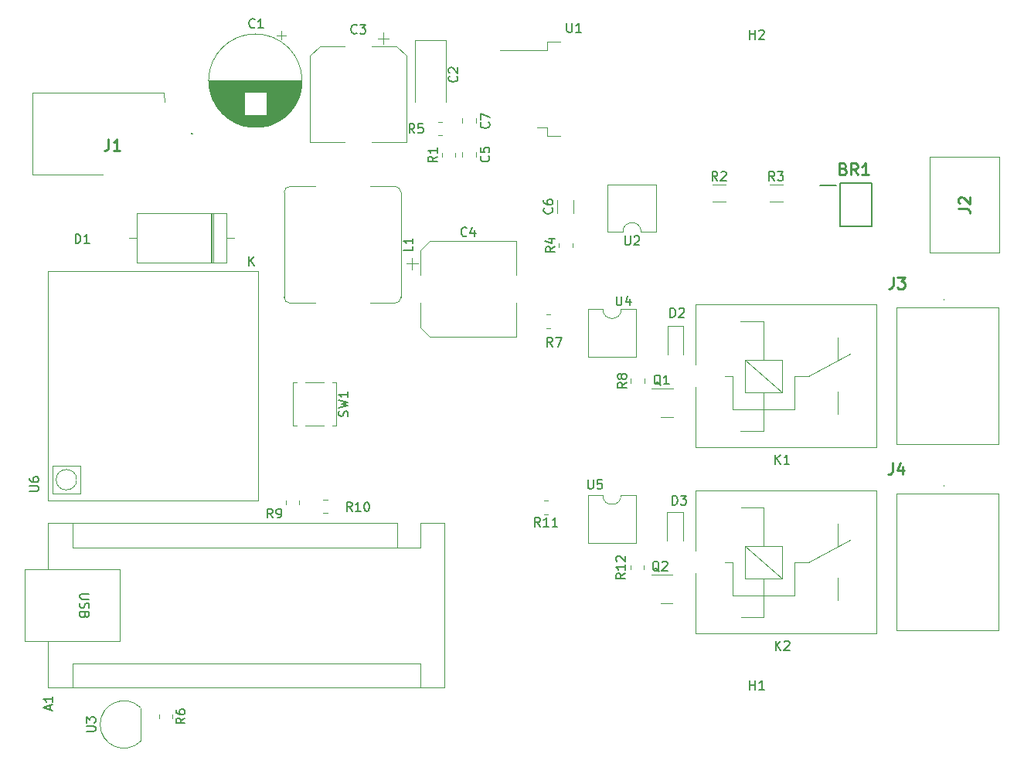
<source format=gto>
G04 #@! TF.GenerationSoftware,KiCad,Pcbnew,(6.0.8)*
G04 #@! TF.CreationDate,2022-12-11T00:22:14+04:00*
G04 #@! TF.ProjectId,SIM800_NANO,53494d38-3030-45f4-9e41-4e4f2e6b6963,rev?*
G04 #@! TF.SameCoordinates,Original*
G04 #@! TF.FileFunction,Legend,Top*
G04 #@! TF.FilePolarity,Positive*
%FSLAX46Y46*%
G04 Gerber Fmt 4.6, Leading zero omitted, Abs format (unit mm)*
G04 Created by KiCad (PCBNEW (6.0.8)) date 2022-12-11 00:22:14*
%MOMM*%
%LPD*%
G01*
G04 APERTURE LIST*
%ADD10C,0.150000*%
%ADD11C,0.254000*%
%ADD12C,0.120000*%
%ADD13C,0.100000*%
%ADD14C,0.200000*%
G04 APERTURE END LIST*
D10*
X158881904Y-114602380D02*
X158881904Y-113602380D01*
X159120000Y-113602380D01*
X159262857Y-113650000D01*
X159358095Y-113745238D01*
X159405714Y-113840476D01*
X159453333Y-114030952D01*
X159453333Y-114173809D01*
X159405714Y-114364285D01*
X159358095Y-114459523D01*
X159262857Y-114554761D01*
X159120000Y-114602380D01*
X158881904Y-114602380D01*
X159786666Y-113602380D02*
X160405714Y-113602380D01*
X160072380Y-113983333D01*
X160215238Y-113983333D01*
X160310476Y-114030952D01*
X160358095Y-114078571D01*
X160405714Y-114173809D01*
X160405714Y-114411904D01*
X160358095Y-114507142D01*
X160310476Y-114554761D01*
X160215238Y-114602380D01*
X159929523Y-114602380D01*
X159834285Y-114554761D01*
X159786666Y-114507142D01*
X136353333Y-85087142D02*
X136305714Y-85134761D01*
X136162857Y-85182380D01*
X136067619Y-85182380D01*
X135924761Y-85134761D01*
X135829523Y-85039523D01*
X135781904Y-84944285D01*
X135734285Y-84753809D01*
X135734285Y-84610952D01*
X135781904Y-84420476D01*
X135829523Y-84325238D01*
X135924761Y-84230000D01*
X136067619Y-84182380D01*
X136162857Y-84182380D01*
X136305714Y-84230000D01*
X136353333Y-84277619D01*
X137210476Y-84515714D02*
X137210476Y-85182380D01*
X136972380Y-84134761D02*
X136734285Y-84849047D01*
X137353333Y-84849047D01*
X135277142Y-67616666D02*
X135324761Y-67664285D01*
X135372380Y-67807142D01*
X135372380Y-67902380D01*
X135324761Y-68045238D01*
X135229523Y-68140476D01*
X135134285Y-68188095D01*
X134943809Y-68235714D01*
X134800952Y-68235714D01*
X134610476Y-68188095D01*
X134515238Y-68140476D01*
X134420000Y-68045238D01*
X134372380Y-67902380D01*
X134372380Y-67807142D01*
X134420000Y-67664285D01*
X134467619Y-67616666D01*
X134467619Y-67235714D02*
X134420000Y-67188095D01*
X134372380Y-67092857D01*
X134372380Y-66854761D01*
X134420000Y-66759523D01*
X134467619Y-66711904D01*
X134562857Y-66664285D01*
X134658095Y-66664285D01*
X134800952Y-66711904D01*
X135372380Y-67283333D01*
X135372380Y-66664285D01*
X153712380Y-122112857D02*
X153236190Y-122446190D01*
X153712380Y-122684285D02*
X152712380Y-122684285D01*
X152712380Y-122303333D01*
X152760000Y-122208095D01*
X152807619Y-122160476D01*
X152902857Y-122112857D01*
X153045714Y-122112857D01*
X153140952Y-122160476D01*
X153188571Y-122208095D01*
X153236190Y-122303333D01*
X153236190Y-122684285D01*
X153712380Y-121160476D02*
X153712380Y-121731904D01*
X153712380Y-121446190D02*
X152712380Y-121446190D01*
X152855238Y-121541428D01*
X152950476Y-121636666D01*
X152998095Y-121731904D01*
X152807619Y-120779523D02*
X152760000Y-120731904D01*
X152712380Y-120636666D01*
X152712380Y-120398571D01*
X152760000Y-120303333D01*
X152807619Y-120255714D01*
X152902857Y-120208095D01*
X152998095Y-120208095D01*
X153140952Y-120255714D01*
X153712380Y-120827142D01*
X153712380Y-120208095D01*
X138777142Y-72686666D02*
X138824761Y-72734285D01*
X138872380Y-72877142D01*
X138872380Y-72972380D01*
X138824761Y-73115238D01*
X138729523Y-73210476D01*
X138634285Y-73258095D01*
X138443809Y-73305714D01*
X138300952Y-73305714D01*
X138110476Y-73258095D01*
X138015238Y-73210476D01*
X137920000Y-73115238D01*
X137872380Y-72972380D01*
X137872380Y-72877142D01*
X137920000Y-72734285D01*
X137967619Y-72686666D01*
X137872380Y-72353333D02*
X137872380Y-71686666D01*
X138872380Y-72115238D01*
D11*
X183066666Y-89624523D02*
X183066666Y-90531666D01*
X183006190Y-90713095D01*
X182885238Y-90834047D01*
X182703809Y-90894523D01*
X182582857Y-90894523D01*
X183550476Y-89624523D02*
X184336666Y-89624523D01*
X183913333Y-90108333D01*
X184094761Y-90108333D01*
X184215714Y-90168809D01*
X184276190Y-90229285D01*
X184336666Y-90350238D01*
X184336666Y-90652619D01*
X184276190Y-90773571D01*
X184215714Y-90834047D01*
X184094761Y-90894523D01*
X183731904Y-90894523D01*
X183610952Y-90834047D01*
X183550476Y-90773571D01*
D10*
X130633333Y-73842380D02*
X130300000Y-73366190D01*
X130061904Y-73842380D02*
X130061904Y-72842380D01*
X130442857Y-72842380D01*
X130538095Y-72890000D01*
X130585714Y-72937619D01*
X130633333Y-73032857D01*
X130633333Y-73175714D01*
X130585714Y-73270952D01*
X130538095Y-73318571D01*
X130442857Y-73366190D01*
X130061904Y-73366190D01*
X131538095Y-72842380D02*
X131061904Y-72842380D01*
X131014285Y-73318571D01*
X131061904Y-73270952D01*
X131157142Y-73223333D01*
X131395238Y-73223333D01*
X131490476Y-73270952D01*
X131538095Y-73318571D01*
X131585714Y-73413809D01*
X131585714Y-73651904D01*
X131538095Y-73747142D01*
X131490476Y-73794761D01*
X131395238Y-73842380D01*
X131157142Y-73842380D01*
X131061904Y-73794761D01*
X131014285Y-73747142D01*
X153703095Y-85132380D02*
X153703095Y-85941904D01*
X153750714Y-86037142D01*
X153798333Y-86084761D01*
X153893571Y-86132380D01*
X154084047Y-86132380D01*
X154179285Y-86084761D01*
X154226904Y-86037142D01*
X154274523Y-85941904D01*
X154274523Y-85132380D01*
X154703095Y-85227619D02*
X154750714Y-85180000D01*
X154845952Y-85132380D01*
X155084047Y-85132380D01*
X155179285Y-85180000D01*
X155226904Y-85227619D01*
X155274523Y-85322857D01*
X155274523Y-85418095D01*
X155226904Y-85560952D01*
X154655476Y-86132380D01*
X155274523Y-86132380D01*
X147323095Y-61802380D02*
X147323095Y-62611904D01*
X147370714Y-62707142D01*
X147418333Y-62754761D01*
X147513571Y-62802380D01*
X147704047Y-62802380D01*
X147799285Y-62754761D01*
X147846904Y-62707142D01*
X147894523Y-62611904D01*
X147894523Y-61802380D01*
X148894523Y-62802380D02*
X148323095Y-62802380D01*
X148608809Y-62802380D02*
X148608809Y-61802380D01*
X148513571Y-61945238D01*
X148418333Y-62040476D01*
X148323095Y-62088095D01*
X88452380Y-113111904D02*
X89261904Y-113111904D01*
X89357142Y-113064285D01*
X89404761Y-113016666D01*
X89452380Y-112921428D01*
X89452380Y-112730952D01*
X89404761Y-112635714D01*
X89357142Y-112588095D01*
X89261904Y-112540476D01*
X88452380Y-112540476D01*
X88452380Y-111635714D02*
X88452380Y-111826190D01*
X88500000Y-111921428D01*
X88547619Y-111969047D01*
X88690476Y-112064285D01*
X88880952Y-112111904D01*
X89261904Y-112111904D01*
X89357142Y-112064285D01*
X89404761Y-112016666D01*
X89452380Y-111921428D01*
X89452380Y-111730952D01*
X89404761Y-111635714D01*
X89357142Y-111588095D01*
X89261904Y-111540476D01*
X89023809Y-111540476D01*
X88928571Y-111588095D01*
X88880952Y-111635714D01*
X88833333Y-111730952D01*
X88833333Y-111921428D01*
X88880952Y-112016666D01*
X88928571Y-112064285D01*
X89023809Y-112111904D01*
X149638095Y-111852380D02*
X149638095Y-112661904D01*
X149685714Y-112757142D01*
X149733333Y-112804761D01*
X149828571Y-112852380D01*
X150019047Y-112852380D01*
X150114285Y-112804761D01*
X150161904Y-112757142D01*
X150209523Y-112661904D01*
X150209523Y-111852380D01*
X151161904Y-111852380D02*
X150685714Y-111852380D01*
X150638095Y-112328571D01*
X150685714Y-112280952D01*
X150780952Y-112233333D01*
X151019047Y-112233333D01*
X151114285Y-112280952D01*
X151161904Y-112328571D01*
X151209523Y-112423809D01*
X151209523Y-112661904D01*
X151161904Y-112757142D01*
X151114285Y-112804761D01*
X151019047Y-112852380D01*
X150780952Y-112852380D01*
X150685714Y-112804761D01*
X150638095Y-112757142D01*
X124313333Y-62877142D02*
X124265714Y-62924761D01*
X124122857Y-62972380D01*
X124027619Y-62972380D01*
X123884761Y-62924761D01*
X123789523Y-62829523D01*
X123741904Y-62734285D01*
X123694285Y-62543809D01*
X123694285Y-62400952D01*
X123741904Y-62210476D01*
X123789523Y-62115238D01*
X123884761Y-62020000D01*
X124027619Y-61972380D01*
X124122857Y-61972380D01*
X124265714Y-62020000D01*
X124313333Y-62067619D01*
X124646666Y-61972380D02*
X125265714Y-61972380D01*
X124932380Y-62353333D01*
X125075238Y-62353333D01*
X125170476Y-62400952D01*
X125218095Y-62448571D01*
X125265714Y-62543809D01*
X125265714Y-62781904D01*
X125218095Y-62877142D01*
X125170476Y-62924761D01*
X125075238Y-62972380D01*
X124789523Y-62972380D01*
X124694285Y-62924761D01*
X124646666Y-62877142D01*
X170188904Y-110114380D02*
X170188904Y-109114380D01*
X170760333Y-110114380D02*
X170331761Y-109542952D01*
X170760333Y-109114380D02*
X170188904Y-109685809D01*
X171712714Y-110114380D02*
X171141285Y-110114380D01*
X171427000Y-110114380D02*
X171427000Y-109114380D01*
X171331761Y-109257238D01*
X171236523Y-109352476D01*
X171141285Y-109400095D01*
X94692380Y-139441904D02*
X95501904Y-139441904D01*
X95597142Y-139394285D01*
X95644761Y-139346666D01*
X95692380Y-139251428D01*
X95692380Y-139060952D01*
X95644761Y-138965714D01*
X95597142Y-138918095D01*
X95501904Y-138870476D01*
X94692380Y-138870476D01*
X94692380Y-138489523D02*
X94692380Y-137870476D01*
X95073333Y-138203809D01*
X95073333Y-138060952D01*
X95120952Y-137965714D01*
X95168571Y-137918095D01*
X95263809Y-137870476D01*
X95501904Y-137870476D01*
X95597142Y-137918095D01*
X95644761Y-137965714D01*
X95692380Y-138060952D01*
X95692380Y-138346666D01*
X95644761Y-138441904D01*
X95597142Y-138489523D01*
X105502380Y-137966666D02*
X105026190Y-138300000D01*
X105502380Y-138538095D02*
X104502380Y-138538095D01*
X104502380Y-138157142D01*
X104550000Y-138061904D01*
X104597619Y-138014285D01*
X104692857Y-137966666D01*
X104835714Y-137966666D01*
X104930952Y-138014285D01*
X104978571Y-138061904D01*
X105026190Y-138157142D01*
X105026190Y-138538095D01*
X104502380Y-137109523D02*
X104502380Y-137300000D01*
X104550000Y-137395238D01*
X104597619Y-137442857D01*
X104740476Y-137538095D01*
X104930952Y-137585714D01*
X105311904Y-137585714D01*
X105407142Y-137538095D01*
X105454761Y-137490476D01*
X105502380Y-137395238D01*
X105502380Y-137204761D01*
X105454761Y-137109523D01*
X105407142Y-137061904D01*
X105311904Y-137014285D01*
X105073809Y-137014285D01*
X104978571Y-137061904D01*
X104930952Y-137109523D01*
X104883333Y-137204761D01*
X104883333Y-137395238D01*
X104930952Y-137490476D01*
X104978571Y-137538095D01*
X105073809Y-137585714D01*
D11*
X190224523Y-82113333D02*
X191131666Y-82113333D01*
X191313095Y-82173809D01*
X191434047Y-82294761D01*
X191494523Y-82476190D01*
X191494523Y-82597142D01*
X190345476Y-81569047D02*
X190285000Y-81508571D01*
X190224523Y-81387619D01*
X190224523Y-81085238D01*
X190285000Y-80964285D01*
X190345476Y-80903809D01*
X190466428Y-80843333D01*
X190587380Y-80843333D01*
X190768809Y-80903809D01*
X191494523Y-81629523D01*
X191494523Y-80843333D01*
D10*
X170198904Y-130517380D02*
X170198904Y-129517380D01*
X170770333Y-130517380D02*
X170341761Y-129945952D01*
X170770333Y-129517380D02*
X170198904Y-130088809D01*
X171151285Y-129612619D02*
X171198904Y-129565000D01*
X171294142Y-129517380D01*
X171532238Y-129517380D01*
X171627476Y-129565000D01*
X171675095Y-129612619D01*
X171722714Y-129707857D01*
X171722714Y-129803095D01*
X171675095Y-129945952D01*
X171103666Y-130517380D01*
X171722714Y-130517380D01*
X113133333Y-62227142D02*
X113085714Y-62274761D01*
X112942857Y-62322380D01*
X112847619Y-62322380D01*
X112704761Y-62274761D01*
X112609523Y-62179523D01*
X112561904Y-62084285D01*
X112514285Y-61893809D01*
X112514285Y-61750952D01*
X112561904Y-61560476D01*
X112609523Y-61465238D01*
X112704761Y-61370000D01*
X112847619Y-61322380D01*
X112942857Y-61322380D01*
X113085714Y-61370000D01*
X113133333Y-61417619D01*
X114085714Y-62322380D02*
X113514285Y-62322380D01*
X113800000Y-62322380D02*
X113800000Y-61322380D01*
X113704761Y-61465238D01*
X113609523Y-61560476D01*
X113514285Y-61608095D01*
X152768095Y-91742380D02*
X152768095Y-92551904D01*
X152815714Y-92647142D01*
X152863333Y-92694761D01*
X152958571Y-92742380D01*
X153149047Y-92742380D01*
X153244285Y-92694761D01*
X153291904Y-92647142D01*
X153339523Y-92551904D01*
X153339523Y-91742380D01*
X154244285Y-92075714D02*
X154244285Y-92742380D01*
X154006190Y-91694761D02*
X153768095Y-92409047D01*
X154387142Y-92409047D01*
X157444761Y-121907619D02*
X157349523Y-121860000D01*
X157254285Y-121764761D01*
X157111428Y-121621904D01*
X157016190Y-121574285D01*
X156920952Y-121574285D01*
X156968571Y-121812380D02*
X156873333Y-121764761D01*
X156778095Y-121669523D01*
X156730476Y-121479047D01*
X156730476Y-121145714D01*
X156778095Y-120955238D01*
X156873333Y-120860000D01*
X156968571Y-120812380D01*
X157159047Y-120812380D01*
X157254285Y-120860000D01*
X157349523Y-120955238D01*
X157397142Y-121145714D01*
X157397142Y-121479047D01*
X157349523Y-121669523D01*
X157254285Y-121764761D01*
X157159047Y-121812380D01*
X156968571Y-121812380D01*
X157778095Y-120907619D02*
X157825714Y-120860000D01*
X157920952Y-120812380D01*
X158159047Y-120812380D01*
X158254285Y-120860000D01*
X158301904Y-120907619D01*
X158349523Y-121002857D01*
X158349523Y-121098095D01*
X158301904Y-121240952D01*
X157730476Y-121812380D01*
X158349523Y-121812380D01*
X145687142Y-82066666D02*
X145734761Y-82114285D01*
X145782380Y-82257142D01*
X145782380Y-82352380D01*
X145734761Y-82495238D01*
X145639523Y-82590476D01*
X145544285Y-82638095D01*
X145353809Y-82685714D01*
X145210952Y-82685714D01*
X145020476Y-82638095D01*
X144925238Y-82590476D01*
X144830000Y-82495238D01*
X144782380Y-82352380D01*
X144782380Y-82257142D01*
X144830000Y-82114285D01*
X144877619Y-82066666D01*
X144782380Y-81209523D02*
X144782380Y-81400000D01*
X144830000Y-81495238D01*
X144877619Y-81542857D01*
X145020476Y-81638095D01*
X145210952Y-81685714D01*
X145591904Y-81685714D01*
X145687142Y-81638095D01*
X145734761Y-81590476D01*
X145782380Y-81495238D01*
X145782380Y-81304761D01*
X145734761Y-81209523D01*
X145687142Y-81161904D01*
X145591904Y-81114285D01*
X145353809Y-81114285D01*
X145258571Y-81161904D01*
X145210952Y-81209523D01*
X145163333Y-81304761D01*
X145163333Y-81495238D01*
X145210952Y-81590476D01*
X145258571Y-81638095D01*
X145353809Y-81685714D01*
X145743333Y-97242380D02*
X145410000Y-96766190D01*
X145171904Y-97242380D02*
X145171904Y-96242380D01*
X145552857Y-96242380D01*
X145648095Y-96290000D01*
X145695714Y-96337619D01*
X145743333Y-96432857D01*
X145743333Y-96575714D01*
X145695714Y-96670952D01*
X145648095Y-96718571D01*
X145552857Y-96766190D01*
X145171904Y-96766190D01*
X146076666Y-96242380D02*
X146743333Y-96242380D01*
X146314761Y-97242380D01*
X144397142Y-116992380D02*
X144063809Y-116516190D01*
X143825714Y-116992380D02*
X143825714Y-115992380D01*
X144206666Y-115992380D01*
X144301904Y-116040000D01*
X144349523Y-116087619D01*
X144397142Y-116182857D01*
X144397142Y-116325714D01*
X144349523Y-116420952D01*
X144301904Y-116468571D01*
X144206666Y-116516190D01*
X143825714Y-116516190D01*
X145349523Y-116992380D02*
X144778095Y-116992380D01*
X145063809Y-116992380D02*
X145063809Y-115992380D01*
X144968571Y-116135238D01*
X144873333Y-116230476D01*
X144778095Y-116278095D01*
X146301904Y-116992380D02*
X145730476Y-116992380D01*
X146016190Y-116992380D02*
X146016190Y-115992380D01*
X145920952Y-116135238D01*
X145825714Y-116230476D01*
X145730476Y-116278095D01*
X153879380Y-101191166D02*
X153403190Y-101524500D01*
X153879380Y-101762595D02*
X152879380Y-101762595D01*
X152879380Y-101381642D01*
X152927000Y-101286404D01*
X152974619Y-101238785D01*
X153069857Y-101191166D01*
X153212714Y-101191166D01*
X153307952Y-101238785D01*
X153355571Y-101286404D01*
X153403190Y-101381642D01*
X153403190Y-101762595D01*
X153307952Y-100619738D02*
X153260333Y-100714976D01*
X153212714Y-100762595D01*
X153117476Y-100810214D01*
X153069857Y-100810214D01*
X152974619Y-100762595D01*
X152927000Y-100714976D01*
X152879380Y-100619738D01*
X152879380Y-100429261D01*
X152927000Y-100334023D01*
X152974619Y-100286404D01*
X153069857Y-100238785D01*
X153117476Y-100238785D01*
X153212714Y-100286404D01*
X153260333Y-100334023D01*
X153307952Y-100429261D01*
X153307952Y-100619738D01*
X153355571Y-100714976D01*
X153403190Y-100762595D01*
X153498428Y-100810214D01*
X153688904Y-100810214D01*
X153784142Y-100762595D01*
X153831761Y-100714976D01*
X153879380Y-100619738D01*
X153879380Y-100429261D01*
X153831761Y-100334023D01*
X153784142Y-100286404D01*
X153688904Y-100238785D01*
X153498428Y-100238785D01*
X153403190Y-100286404D01*
X153355571Y-100334023D01*
X153307952Y-100429261D01*
X133122380Y-76416666D02*
X132646190Y-76750000D01*
X133122380Y-76988095D02*
X132122380Y-76988095D01*
X132122380Y-76607142D01*
X132170000Y-76511904D01*
X132217619Y-76464285D01*
X132312857Y-76416666D01*
X132455714Y-76416666D01*
X132550952Y-76464285D01*
X132598571Y-76511904D01*
X132646190Y-76607142D01*
X132646190Y-76988095D01*
X133122380Y-75464285D02*
X133122380Y-76035714D01*
X133122380Y-75750000D02*
X132122380Y-75750000D01*
X132265238Y-75845238D01*
X132360476Y-75940476D01*
X132408095Y-76035714D01*
D11*
X182986666Y-110004523D02*
X182986666Y-110911666D01*
X182926190Y-111093095D01*
X182805238Y-111214047D01*
X182623809Y-111274523D01*
X182502857Y-111274523D01*
X184135714Y-110427857D02*
X184135714Y-111274523D01*
X183833333Y-109944047D02*
X183530952Y-110851190D01*
X184317142Y-110851190D01*
D10*
X130452380Y-86266666D02*
X130452380Y-86742857D01*
X129452380Y-86742857D01*
X130452380Y-85409523D02*
X130452380Y-85980952D01*
X130452380Y-85695238D02*
X129452380Y-85695238D01*
X129595238Y-85790476D01*
X129690476Y-85885714D01*
X129738095Y-85980952D01*
D11*
X177610952Y-77759285D02*
X177792380Y-77819761D01*
X177852857Y-77880238D01*
X177913333Y-78001190D01*
X177913333Y-78182619D01*
X177852857Y-78303571D01*
X177792380Y-78364047D01*
X177671428Y-78424523D01*
X177187619Y-78424523D01*
X177187619Y-77154523D01*
X177610952Y-77154523D01*
X177731904Y-77215000D01*
X177792380Y-77275476D01*
X177852857Y-77396428D01*
X177852857Y-77517380D01*
X177792380Y-77638333D01*
X177731904Y-77698809D01*
X177610952Y-77759285D01*
X177187619Y-77759285D01*
X179183333Y-78424523D02*
X178760000Y-77819761D01*
X178457619Y-78424523D02*
X178457619Y-77154523D01*
X178941428Y-77154523D01*
X179062380Y-77215000D01*
X179122857Y-77275476D01*
X179183333Y-77396428D01*
X179183333Y-77577857D01*
X179122857Y-77698809D01*
X179062380Y-77759285D01*
X178941428Y-77819761D01*
X178457619Y-77819761D01*
X180392857Y-78424523D02*
X179667142Y-78424523D01*
X180030000Y-78424523D02*
X180030000Y-77154523D01*
X179909047Y-77335952D01*
X179788095Y-77456904D01*
X179667142Y-77517380D01*
D10*
X138757142Y-76366666D02*
X138804761Y-76414285D01*
X138852380Y-76557142D01*
X138852380Y-76652380D01*
X138804761Y-76795238D01*
X138709523Y-76890476D01*
X138614285Y-76938095D01*
X138423809Y-76985714D01*
X138280952Y-76985714D01*
X138090476Y-76938095D01*
X137995238Y-76890476D01*
X137900000Y-76795238D01*
X137852380Y-76652380D01*
X137852380Y-76557142D01*
X137900000Y-76414285D01*
X137947619Y-76366666D01*
X137852380Y-75461904D02*
X137852380Y-75938095D01*
X138328571Y-75985714D01*
X138280952Y-75938095D01*
X138233333Y-75842857D01*
X138233333Y-75604761D01*
X138280952Y-75509523D01*
X138328571Y-75461904D01*
X138423809Y-75414285D01*
X138661904Y-75414285D01*
X138757142Y-75461904D01*
X138804761Y-75509523D01*
X138852380Y-75604761D01*
X138852380Y-75842857D01*
X138804761Y-75938095D01*
X138757142Y-75985714D01*
X170083333Y-79082380D02*
X169750000Y-78606190D01*
X169511904Y-79082380D02*
X169511904Y-78082380D01*
X169892857Y-78082380D01*
X169988095Y-78130000D01*
X170035714Y-78177619D01*
X170083333Y-78272857D01*
X170083333Y-78415714D01*
X170035714Y-78510952D01*
X169988095Y-78558571D01*
X169892857Y-78606190D01*
X169511904Y-78606190D01*
X170416666Y-78082380D02*
X171035714Y-78082380D01*
X170702380Y-78463333D01*
X170845238Y-78463333D01*
X170940476Y-78510952D01*
X170988095Y-78558571D01*
X171035714Y-78653809D01*
X171035714Y-78891904D01*
X170988095Y-78987142D01*
X170940476Y-79034761D01*
X170845238Y-79082380D01*
X170559523Y-79082380D01*
X170464285Y-79034761D01*
X170416666Y-78987142D01*
X158661904Y-94042380D02*
X158661904Y-93042380D01*
X158900000Y-93042380D01*
X159042857Y-93090000D01*
X159138095Y-93185238D01*
X159185714Y-93280476D01*
X159233333Y-93470952D01*
X159233333Y-93613809D01*
X159185714Y-93804285D01*
X159138095Y-93899523D01*
X159042857Y-93994761D01*
X158900000Y-94042380D01*
X158661904Y-94042380D01*
X159614285Y-93137619D02*
X159661904Y-93090000D01*
X159757142Y-93042380D01*
X159995238Y-93042380D01*
X160090476Y-93090000D01*
X160138095Y-93137619D01*
X160185714Y-93232857D01*
X160185714Y-93328095D01*
X160138095Y-93470952D01*
X159566666Y-94042380D01*
X160185714Y-94042380D01*
X167388095Y-63552380D02*
X167388095Y-62552380D01*
X167388095Y-63028571D02*
X167959523Y-63028571D01*
X167959523Y-63552380D02*
X167959523Y-62552380D01*
X168388095Y-62647619D02*
X168435714Y-62600000D01*
X168530952Y-62552380D01*
X168769047Y-62552380D01*
X168864285Y-62600000D01*
X168911904Y-62647619D01*
X168959523Y-62742857D01*
X168959523Y-62838095D01*
X168911904Y-62980952D01*
X168340476Y-63552380D01*
X168959523Y-63552380D01*
X93501904Y-85922380D02*
X93501904Y-84922380D01*
X93740000Y-84922380D01*
X93882857Y-84970000D01*
X93978095Y-85065238D01*
X94025714Y-85160476D01*
X94073333Y-85350952D01*
X94073333Y-85493809D01*
X94025714Y-85684285D01*
X93978095Y-85779523D01*
X93882857Y-85874761D01*
X93740000Y-85922380D01*
X93501904Y-85922380D01*
X95025714Y-85922380D02*
X94454285Y-85922380D01*
X94740000Y-85922380D02*
X94740000Y-84922380D01*
X94644761Y-85065238D01*
X94549523Y-85160476D01*
X94454285Y-85208095D01*
X112483095Y-88402380D02*
X112483095Y-87402380D01*
X113054523Y-88402380D02*
X112625952Y-87830952D01*
X113054523Y-87402380D02*
X112483095Y-87973809D01*
X163833333Y-79082380D02*
X163500000Y-78606190D01*
X163261904Y-79082380D02*
X163261904Y-78082380D01*
X163642857Y-78082380D01*
X163738095Y-78130000D01*
X163785714Y-78177619D01*
X163833333Y-78272857D01*
X163833333Y-78415714D01*
X163785714Y-78510952D01*
X163738095Y-78558571D01*
X163642857Y-78606190D01*
X163261904Y-78606190D01*
X164214285Y-78177619D02*
X164261904Y-78130000D01*
X164357142Y-78082380D01*
X164595238Y-78082380D01*
X164690476Y-78130000D01*
X164738095Y-78177619D01*
X164785714Y-78272857D01*
X164785714Y-78368095D01*
X164738095Y-78510952D01*
X164166666Y-79082380D01*
X164785714Y-79082380D01*
X123304761Y-104883333D02*
X123352380Y-104740476D01*
X123352380Y-104502380D01*
X123304761Y-104407142D01*
X123257142Y-104359523D01*
X123161904Y-104311904D01*
X123066666Y-104311904D01*
X122971428Y-104359523D01*
X122923809Y-104407142D01*
X122876190Y-104502380D01*
X122828571Y-104692857D01*
X122780952Y-104788095D01*
X122733333Y-104835714D01*
X122638095Y-104883333D01*
X122542857Y-104883333D01*
X122447619Y-104835714D01*
X122400000Y-104788095D01*
X122352380Y-104692857D01*
X122352380Y-104454761D01*
X122400000Y-104311904D01*
X122352380Y-103978571D02*
X123352380Y-103740476D01*
X122638095Y-103550000D01*
X123352380Y-103359523D01*
X122352380Y-103121428D01*
X123352380Y-102216666D02*
X123352380Y-102788095D01*
X123352380Y-102502380D02*
X122352380Y-102502380D01*
X122495238Y-102597619D01*
X122590476Y-102692857D01*
X122638095Y-102788095D01*
X123797142Y-115312380D02*
X123463809Y-114836190D01*
X123225714Y-115312380D02*
X123225714Y-114312380D01*
X123606666Y-114312380D01*
X123701904Y-114360000D01*
X123749523Y-114407619D01*
X123797142Y-114502857D01*
X123797142Y-114645714D01*
X123749523Y-114740952D01*
X123701904Y-114788571D01*
X123606666Y-114836190D01*
X123225714Y-114836190D01*
X124749523Y-115312380D02*
X124178095Y-115312380D01*
X124463809Y-115312380D02*
X124463809Y-114312380D01*
X124368571Y-114455238D01*
X124273333Y-114550476D01*
X124178095Y-114598095D01*
X125368571Y-114312380D02*
X125463809Y-114312380D01*
X125559047Y-114360000D01*
X125606666Y-114407619D01*
X125654285Y-114502857D01*
X125701904Y-114693333D01*
X125701904Y-114931428D01*
X125654285Y-115121904D01*
X125606666Y-115217142D01*
X125559047Y-115264761D01*
X125463809Y-115312380D01*
X125368571Y-115312380D01*
X125273333Y-115264761D01*
X125225714Y-115217142D01*
X125178095Y-115121904D01*
X125130476Y-114931428D01*
X125130476Y-114693333D01*
X125178095Y-114502857D01*
X125225714Y-114407619D01*
X125273333Y-114360000D01*
X125368571Y-114312380D01*
X115113333Y-116032380D02*
X114780000Y-115556190D01*
X114541904Y-116032380D02*
X114541904Y-115032380D01*
X114922857Y-115032380D01*
X115018095Y-115080000D01*
X115065714Y-115127619D01*
X115113333Y-115222857D01*
X115113333Y-115365714D01*
X115065714Y-115460952D01*
X115018095Y-115508571D01*
X114922857Y-115556190D01*
X114541904Y-115556190D01*
X115589523Y-116032380D02*
X115780000Y-116032380D01*
X115875238Y-115984761D01*
X115922857Y-115937142D01*
X116018095Y-115794285D01*
X116065714Y-115603809D01*
X116065714Y-115222857D01*
X116018095Y-115127619D01*
X115970476Y-115080000D01*
X115875238Y-115032380D01*
X115684761Y-115032380D01*
X115589523Y-115080000D01*
X115541904Y-115127619D01*
X115494285Y-115222857D01*
X115494285Y-115460952D01*
X115541904Y-115556190D01*
X115589523Y-115603809D01*
X115684761Y-115651428D01*
X115875238Y-115651428D01*
X115970476Y-115603809D01*
X116018095Y-115556190D01*
X116065714Y-115460952D01*
X157614761Y-101477619D02*
X157519523Y-101430000D01*
X157424285Y-101334761D01*
X157281428Y-101191904D01*
X157186190Y-101144285D01*
X157090952Y-101144285D01*
X157138571Y-101382380D02*
X157043333Y-101334761D01*
X156948095Y-101239523D01*
X156900476Y-101049047D01*
X156900476Y-100715714D01*
X156948095Y-100525238D01*
X157043333Y-100430000D01*
X157138571Y-100382380D01*
X157329047Y-100382380D01*
X157424285Y-100430000D01*
X157519523Y-100525238D01*
X157567142Y-100715714D01*
X157567142Y-101049047D01*
X157519523Y-101239523D01*
X157424285Y-101334761D01*
X157329047Y-101382380D01*
X157138571Y-101382380D01*
X158519523Y-101382380D02*
X157948095Y-101382380D01*
X158233809Y-101382380D02*
X158233809Y-100382380D01*
X158138571Y-100525238D01*
X158043333Y-100620476D01*
X157948095Y-100668095D01*
D11*
X97101666Y-74504523D02*
X97101666Y-75411666D01*
X97041190Y-75593095D01*
X96920238Y-75714047D01*
X96738809Y-75774523D01*
X96617857Y-75774523D01*
X98371666Y-75774523D02*
X97645952Y-75774523D01*
X98008809Y-75774523D02*
X98008809Y-74504523D01*
X97887857Y-74685952D01*
X97766904Y-74806904D01*
X97645952Y-74867380D01*
D10*
X167388095Y-134852380D02*
X167388095Y-133852380D01*
X167388095Y-134328571D02*
X167959523Y-134328571D01*
X167959523Y-134852380D02*
X167959523Y-133852380D01*
X168959523Y-134852380D02*
X168388095Y-134852380D01*
X168673809Y-134852380D02*
X168673809Y-133852380D01*
X168578571Y-133995238D01*
X168483333Y-134090476D01*
X168388095Y-134138095D01*
X90696666Y-137054285D02*
X90696666Y-136578095D01*
X90982380Y-137149523D02*
X89982380Y-136816190D01*
X90982380Y-136482857D01*
X90982380Y-135625714D02*
X90982380Y-136197142D01*
X90982380Y-135911428D02*
X89982380Y-135911428D01*
X90125238Y-136006666D01*
X90220476Y-136101904D01*
X90268095Y-136197142D01*
X94987619Y-124358095D02*
X94178095Y-124358095D01*
X94082857Y-124405714D01*
X94035238Y-124453333D01*
X93987619Y-124548571D01*
X93987619Y-124739047D01*
X94035238Y-124834285D01*
X94082857Y-124881904D01*
X94178095Y-124929523D01*
X94987619Y-124929523D01*
X94035238Y-125358095D02*
X93987619Y-125500952D01*
X93987619Y-125739047D01*
X94035238Y-125834285D01*
X94082857Y-125881904D01*
X94178095Y-125929523D01*
X94273333Y-125929523D01*
X94368571Y-125881904D01*
X94416190Y-125834285D01*
X94463809Y-125739047D01*
X94511428Y-125548571D01*
X94559047Y-125453333D01*
X94606666Y-125405714D01*
X94701904Y-125358095D01*
X94797142Y-125358095D01*
X94892380Y-125405714D01*
X94940000Y-125453333D01*
X94987619Y-125548571D01*
X94987619Y-125786666D01*
X94940000Y-125929523D01*
X94511428Y-126691428D02*
X94463809Y-126834285D01*
X94416190Y-126881904D01*
X94320952Y-126929523D01*
X94178095Y-126929523D01*
X94082857Y-126881904D01*
X94035238Y-126834285D01*
X93987619Y-126739047D01*
X93987619Y-126358095D01*
X94987619Y-126358095D01*
X94987619Y-126691428D01*
X94940000Y-126786666D01*
X94892380Y-126834285D01*
X94797142Y-126881904D01*
X94701904Y-126881904D01*
X94606666Y-126834285D01*
X94559047Y-126786666D01*
X94511428Y-126691428D01*
X94511428Y-126358095D01*
X146002380Y-86306666D02*
X145526190Y-86640000D01*
X146002380Y-86878095D02*
X145002380Y-86878095D01*
X145002380Y-86497142D01*
X145050000Y-86401904D01*
X145097619Y-86354285D01*
X145192857Y-86306666D01*
X145335714Y-86306666D01*
X145430952Y-86354285D01*
X145478571Y-86401904D01*
X145526190Y-86497142D01*
X145526190Y-86878095D01*
X145335714Y-85449523D02*
X146002380Y-85449523D01*
X144954761Y-85687619D02*
X145669047Y-85925714D01*
X145669047Y-85306666D01*
D12*
X160037000Y-115415000D02*
X160037000Y-118565000D01*
X160037000Y-115415000D02*
X158337000Y-115415000D01*
X158337000Y-115415000D02*
X158337000Y-118565000D01*
X129770000Y-88170000D02*
X131020000Y-88170000D01*
X131260000Y-95125563D02*
X131260000Y-92440000D01*
X130395000Y-87545000D02*
X130395000Y-88795000D01*
X141780000Y-85670000D02*
X141780000Y-89420000D01*
X131260000Y-86734437D02*
X132324437Y-85670000D01*
X131260000Y-95125563D02*
X132324437Y-96190000D01*
X132324437Y-96190000D02*
X141780000Y-96190000D01*
X131260000Y-86734437D02*
X131260000Y-89420000D01*
X132324437Y-85670000D02*
X141780000Y-85670000D01*
X141780000Y-96190000D02*
X141780000Y-92440000D01*
X130660000Y-63690000D02*
X130660000Y-70450000D01*
X134080000Y-63690000D02*
X130660000Y-63690000D01*
X134080000Y-70450000D02*
X134080000Y-63690000D01*
X155750000Y-121667564D02*
X155750000Y-121213436D01*
X154280000Y-121667564D02*
X154280000Y-121213436D01*
X137345000Y-72771252D02*
X137345000Y-72248748D01*
X135875000Y-72771252D02*
X135875000Y-72248748D01*
D13*
X183430000Y-92962000D02*
X194630000Y-92962000D01*
X183430000Y-107962000D02*
X183430000Y-92962000D01*
X194630000Y-107962000D02*
X183430000Y-107962000D01*
X194630000Y-92962000D02*
X194630000Y-107962000D01*
D14*
X188680000Y-92112000D02*
G75*
G03*
X188680000Y-92112000I-50000J0D01*
G01*
D12*
X133677064Y-72615000D02*
X133222936Y-72615000D01*
X133677064Y-74085000D02*
X133222936Y-74085000D01*
X151815000Y-79480000D02*
X151815000Y-84680000D01*
X157115000Y-79480000D02*
X151815000Y-79480000D01*
X151815000Y-84680000D02*
X153465000Y-84680000D01*
X155465000Y-84680000D02*
X157115000Y-84680000D01*
X157115000Y-84680000D02*
X157115000Y-79480000D01*
X155465000Y-84680000D02*
G75*
G03*
X153465000Y-84680000I-1000000J0D01*
G01*
X145135000Y-64750000D02*
X140010000Y-64750000D01*
X146635000Y-74200000D02*
X145135000Y-74200000D01*
X145135000Y-63800000D02*
X145135000Y-64750000D01*
X145135000Y-73250000D02*
X144035000Y-73250000D01*
X145135000Y-74200000D02*
X145135000Y-73250000D01*
X146635000Y-63800000D02*
X145135000Y-63800000D01*
X106300000Y-114150000D02*
X90500000Y-114150000D01*
X113500000Y-112350000D02*
X113500000Y-94350000D01*
X113500000Y-94350000D02*
X113500000Y-88950000D01*
X90500000Y-112350000D02*
X90500000Y-92350000D01*
X113500000Y-88950000D02*
X90500000Y-88950000D01*
X113500000Y-114150000D02*
X113500000Y-112350000D01*
X90500000Y-92350000D02*
X90500000Y-89350000D01*
X90500000Y-112350000D02*
X90500000Y-114150000D01*
X106300000Y-114150000D02*
X113500000Y-114150000D01*
X90500000Y-88950000D02*
X90500000Y-89350000D01*
X91000000Y-113350000D02*
X94000000Y-113350000D01*
X94000000Y-113350000D02*
X94000000Y-110350000D01*
X94000000Y-110350000D02*
X91000000Y-110350000D01*
X91000000Y-110350000D02*
X91000000Y-113350000D01*
X93618034Y-111850000D02*
G75*
G03*
X93618034Y-111850000I-1118034J0D01*
G01*
X149620000Y-118760000D02*
X154920000Y-118760000D01*
X149620000Y-113560000D02*
X149620000Y-118760000D01*
X151270000Y-113560000D02*
X149620000Y-113560000D01*
X154920000Y-113560000D02*
X153270000Y-113560000D01*
X154920000Y-118760000D02*
X154920000Y-113560000D01*
X151270000Y-113560000D02*
G75*
G03*
X153270000Y-113560000I1000000J0D01*
G01*
X128665563Y-64340000D02*
X129730000Y-65404437D01*
X128665563Y-64340000D02*
X125980000Y-64340000D01*
X129730000Y-74860000D02*
X125980000Y-74860000D01*
X120274437Y-64340000D02*
X119210000Y-65404437D01*
X127855000Y-63475000D02*
X126605000Y-63475000D01*
X129730000Y-65404437D02*
X129730000Y-74860000D01*
X127230000Y-62850000D02*
X127230000Y-64100000D01*
X120274437Y-64340000D02*
X122960000Y-64340000D01*
X119210000Y-65404437D02*
X119210000Y-74860000D01*
X119210000Y-74860000D02*
X122960000Y-74860000D01*
X172277000Y-100512000D02*
X172277000Y-104112000D01*
X181227000Y-92662000D02*
X181227000Y-108262000D01*
X166377000Y-106512000D02*
X168877000Y-106512000D01*
X166877000Y-102312000D02*
X166877000Y-98712000D01*
X172277000Y-104112000D02*
X165477000Y-104112000D01*
X161427000Y-92662000D02*
X181227000Y-92662000D01*
X168877000Y-94512000D02*
X168877000Y-98712000D01*
X166877000Y-98712000D02*
X170877000Y-98712000D01*
X170877000Y-102312000D02*
X166877000Y-102312000D01*
X181227000Y-108262000D02*
X161427000Y-108262000D01*
X161427000Y-92662000D02*
X161427000Y-99262000D01*
X172277000Y-100512000D02*
X173777000Y-100512000D01*
X168877000Y-102312000D02*
X168877000Y-106512000D01*
X173777000Y-100512000D02*
X178377000Y-98012000D01*
X165477000Y-100512000D02*
X165477000Y-104112000D01*
X165477000Y-100512000D02*
X164677000Y-100512000D01*
X176977000Y-104662000D02*
X176977000Y-102212000D01*
X176977000Y-96262000D02*
X176977000Y-98762000D01*
X161427000Y-101662000D02*
X161427000Y-108262000D01*
X168877000Y-94512000D02*
X166377000Y-94512000D01*
X170877000Y-102312000D02*
X166877000Y-98712000D01*
X170877000Y-98712000D02*
X170877000Y-102312000D01*
X100650000Y-140480000D02*
X100650000Y-136880000D01*
X96199999Y-138680000D02*
G75*
G03*
X100638478Y-140518478I2600001J0D01*
G01*
X100638478Y-136841522D02*
G75*
G03*
X96200000Y-138680000I-1838478J-1838478D01*
G01*
X104135000Y-137572936D02*
X104135000Y-138027064D01*
X102665000Y-137572936D02*
X102665000Y-138027064D01*
D13*
X187120000Y-86940000D02*
X187120000Y-76440000D01*
X187120000Y-76440000D02*
X194720000Y-76440000D01*
X194720000Y-86940000D02*
X187120000Y-86940000D01*
X194720000Y-76440000D02*
X194720000Y-86940000D01*
D12*
X170887000Y-122715000D02*
X166887000Y-119115000D01*
X172287000Y-120915000D02*
X172287000Y-124515000D01*
X176987000Y-125065000D02*
X176987000Y-122615000D01*
X170887000Y-122715000D02*
X166887000Y-122715000D01*
X166887000Y-119115000D02*
X170887000Y-119115000D01*
X170887000Y-119115000D02*
X170887000Y-122715000D01*
X168887000Y-114915000D02*
X168887000Y-119115000D01*
X161437000Y-113065000D02*
X161437000Y-119665000D01*
X181237000Y-113065000D02*
X181237000Y-128665000D01*
X168887000Y-122715000D02*
X168887000Y-126915000D01*
X166387000Y-126915000D02*
X168887000Y-126915000D01*
X165487000Y-120915000D02*
X165487000Y-124515000D01*
X161437000Y-113065000D02*
X181237000Y-113065000D01*
X168887000Y-114915000D02*
X166387000Y-114915000D01*
X176987000Y-116665000D02*
X176987000Y-119165000D01*
X172287000Y-120915000D02*
X173787000Y-120915000D01*
X173787000Y-120915000D02*
X178387000Y-118415000D01*
X166887000Y-122715000D02*
X166887000Y-119115000D01*
X181237000Y-128665000D02*
X161437000Y-128665000D01*
X172287000Y-124515000D02*
X165487000Y-124515000D01*
X165487000Y-120915000D02*
X164687000Y-120915000D01*
X161437000Y-122065000D02*
X161437000Y-128665000D01*
X115845000Y-72468323D02*
X110555000Y-72468323D01*
X118050000Y-69628323D02*
X114441000Y-69628323D01*
X117058000Y-71428323D02*
X114441000Y-71428323D01*
X111959000Y-70388323D02*
X108655000Y-70388323D01*
X111959000Y-69628323D02*
X108350000Y-69628323D01*
X115909000Y-72428323D02*
X110491000Y-72428323D01*
X111959000Y-69428323D02*
X108293000Y-69428323D01*
X118279000Y-68227323D02*
X108121000Y-68227323D01*
X111959000Y-70468323D02*
X108696000Y-70468323D01*
X111959000Y-70028323D02*
X108493000Y-70028323D01*
X111959000Y-69588323D02*
X108338000Y-69588323D01*
X117890000Y-70068323D02*
X114441000Y-70068323D01*
X117764000Y-70348323D02*
X114441000Y-70348323D01*
X116636000Y-71868323D02*
X109764000Y-71868323D01*
X118190000Y-69068323D02*
X108210000Y-69068323D01*
X117547000Y-70748323D02*
X114441000Y-70748323D01*
X118107000Y-69428323D02*
X114441000Y-69428323D01*
X111959000Y-69988323D02*
X108477000Y-69988323D01*
X117220000Y-71228323D02*
X114441000Y-71228323D01*
X111959000Y-69748323D02*
X108389000Y-69748323D01*
X111959000Y-71188323D02*
X109150000Y-71188323D01*
X118211000Y-68948323D02*
X108189000Y-68948323D01*
X116356000Y-72108323D02*
X110044000Y-72108323D01*
X117473000Y-70868323D02*
X114441000Y-70868323D01*
X111959000Y-69948323D02*
X108462000Y-69948323D01*
X118218000Y-68908323D02*
X108182000Y-68908323D01*
X118280000Y-68187323D02*
X108120000Y-68187323D01*
X117704000Y-70468323D02*
X114441000Y-70468323D01*
X116501000Y-71988323D02*
X109899000Y-71988323D01*
X111959000Y-71588323D02*
X109484000Y-71588323D01*
X115325000Y-72748323D02*
X111075000Y-72748323D01*
X111959000Y-69868323D02*
X108432000Y-69868323D01*
X117640000Y-70588323D02*
X114441000Y-70588323D01*
X118011000Y-69748323D02*
X114441000Y-69748323D01*
X111959000Y-71508323D02*
X109411000Y-71508323D01*
X111959000Y-71628323D02*
X109521000Y-71628323D01*
X118085000Y-69508323D02*
X114441000Y-69508323D01*
X118138000Y-69308323D02*
X108262000Y-69308323D01*
X117745000Y-70388323D02*
X114441000Y-70388323D01*
X116145000Y-72268323D02*
X110255000Y-72268323D01*
X116989000Y-71508323D02*
X114441000Y-71508323D01*
X117125000Y-71348323D02*
X114441000Y-71348323D01*
X111959000Y-70068323D02*
X108510000Y-70068323D01*
X117189000Y-71268323D02*
X114441000Y-71268323D01*
X118268000Y-68467323D02*
X108132000Y-68467323D01*
X117310000Y-71108323D02*
X114441000Y-71108323D01*
X111959000Y-71228323D02*
X109180000Y-71228323D01*
X118275000Y-68347323D02*
X108125000Y-68347323D01*
X118278000Y-68267323D02*
X108122000Y-68267323D01*
X116200000Y-72228323D02*
X110200000Y-72228323D01*
X111959000Y-70908323D02*
X108953000Y-70908323D01*
X118156000Y-69228323D02*
X108244000Y-69228323D01*
X111959000Y-71028323D02*
X109034000Y-71028323D01*
X111959000Y-70708323D02*
X108829000Y-70708323D01*
X118280000Y-68147323D02*
X108120000Y-68147323D01*
X111959000Y-70828323D02*
X108902000Y-70828323D01*
X118258000Y-68587323D02*
X108142000Y-68587323D01*
X111959000Y-70228323D02*
X108579000Y-70228323D01*
X118265000Y-68507323D02*
X108135000Y-68507323D01*
X115144000Y-72828323D02*
X111256000Y-72828323D01*
X116953000Y-71548323D02*
X114441000Y-71548323D01*
X117338000Y-71068323D02*
X114441000Y-71068323D01*
X111959000Y-71268323D02*
X109211000Y-71268323D01*
X111959000Y-70508323D02*
X108717000Y-70508323D01*
X111959000Y-70548323D02*
X108738000Y-70548323D01*
X118240000Y-68747323D02*
X108160000Y-68747323D01*
X114830000Y-72948323D02*
X111570000Y-72948323D01*
X115710000Y-72548323D02*
X110690000Y-72548323D01*
X111959000Y-70868323D02*
X108927000Y-70868323D01*
X111959000Y-71068323D02*
X109062000Y-71068323D01*
X116406000Y-72068323D02*
X109994000Y-72068323D01*
X118128000Y-69348323D02*
X108272000Y-69348323D01*
X118024000Y-69708323D02*
X114441000Y-69708323D01*
X115237000Y-72788323D02*
X111163000Y-72788323D01*
X116720000Y-71788323D02*
X114441000Y-71788323D01*
X111959000Y-69548323D02*
X108326000Y-69548323D01*
X115409000Y-72708323D02*
X110991000Y-72708323D01*
X111959000Y-71348323D02*
X109275000Y-71348323D01*
X111959000Y-71388323D02*
X109308000Y-71388323D01*
X111959000Y-70588323D02*
X108760000Y-70588323D01*
X118204000Y-68988323D02*
X108196000Y-68988323D01*
X111959000Y-69668323D02*
X108363000Y-69668323D01*
X114430000Y-73068323D02*
X111970000Y-73068323D01*
X111959000Y-71548323D02*
X109447000Y-71548323D01*
X118235000Y-68787323D02*
X108165000Y-68787323D01*
X118277000Y-68307323D02*
X108123000Y-68307323D01*
X111959000Y-70428323D02*
X108675000Y-70428323D01*
X116075000Y-62627677D02*
X116075000Y-63627677D01*
X114578000Y-73028323D02*
X111822000Y-73028323D01*
X117968000Y-69868323D02*
X114441000Y-69868323D01*
X116089000Y-72308323D02*
X110311000Y-72308323D01*
X111959000Y-71428323D02*
X109342000Y-71428323D01*
X111959000Y-69508323D02*
X108315000Y-69508323D01*
X117683000Y-70508323D02*
X114441000Y-70508323D01*
X118097000Y-69468323D02*
X114441000Y-69468323D01*
X111959000Y-71828323D02*
X109722000Y-71828323D01*
X111959000Y-71708323D02*
X109599000Y-71708323D01*
X115970000Y-72388323D02*
X110430000Y-72388323D01*
X118147000Y-69268323D02*
X108253000Y-69268323D01*
X111959000Y-69788323D02*
X108403000Y-69788323D01*
X117784000Y-70308323D02*
X114441000Y-70308323D01*
X111959000Y-70188323D02*
X108561000Y-70188323D01*
X111959000Y-70988323D02*
X109006000Y-70988323D01*
X116306000Y-72148323D02*
X110094000Y-72148323D01*
X117394000Y-70988323D02*
X114441000Y-70988323D01*
X117447000Y-70908323D02*
X114441000Y-70908323D01*
X118062000Y-69588323D02*
X114441000Y-69588323D01*
X117954000Y-69908323D02*
X114441000Y-69908323D01*
X118165000Y-69188323D02*
X108235000Y-69188323D01*
X111959000Y-69468323D02*
X108303000Y-69468323D01*
X111959000Y-71748323D02*
X109639000Y-71748323D01*
X117280000Y-71148323D02*
X114441000Y-71148323D01*
X118230000Y-68828323D02*
X108170000Y-68828323D01*
X118118000Y-69388323D02*
X114441000Y-69388323D01*
X118174000Y-69148323D02*
X108226000Y-69148323D01*
X118074000Y-69548323D02*
X114441000Y-69548323D01*
X117523000Y-70788323D02*
X114441000Y-70788323D01*
X117997000Y-69788323D02*
X114441000Y-69788323D01*
X117595000Y-70668323D02*
X114441000Y-70668323D01*
X117874000Y-70108323D02*
X114441000Y-70108323D01*
X116454000Y-72028323D02*
X109946000Y-72028323D01*
X114062000Y-73148323D02*
X112338000Y-73148323D01*
X116879000Y-71628323D02*
X114441000Y-71628323D01*
X117617000Y-70628323D02*
X114441000Y-70628323D01*
X111959000Y-70748323D02*
X108853000Y-70748323D01*
X114942000Y-72908323D02*
X111458000Y-72908323D01*
X118254000Y-68627323D02*
X108146000Y-68627323D01*
X116916000Y-71588323D02*
X114441000Y-71588323D01*
X111959000Y-70668323D02*
X108805000Y-70668323D01*
X116678000Y-71828323D02*
X114441000Y-71828323D01*
X114710000Y-72988323D02*
X111690000Y-72988323D01*
X117498000Y-70828323D02*
X114441000Y-70828323D01*
X116761000Y-71748323D02*
X114441000Y-71748323D01*
X111959000Y-70948323D02*
X108979000Y-70948323D01*
X117923000Y-69988323D02*
X114441000Y-69988323D01*
X111959000Y-71308323D02*
X109243000Y-71308323D01*
X117803000Y-70268323D02*
X114441000Y-70268323D01*
X111959000Y-71148323D02*
X109120000Y-71148323D01*
X111959000Y-70308323D02*
X108616000Y-70308323D01*
X115489000Y-72668323D02*
X110911000Y-72668323D01*
X117839000Y-70188323D02*
X114441000Y-70188323D01*
X116547000Y-71948323D02*
X109853000Y-71948323D01*
X117157000Y-71308323D02*
X114441000Y-71308323D01*
X117250000Y-71188323D02*
X114441000Y-71188323D01*
X111959000Y-69388323D02*
X108282000Y-69388323D01*
X115565000Y-72628323D02*
X110835000Y-72628323D01*
X111959000Y-71468323D02*
X109376000Y-71468323D01*
X117938000Y-69948323D02*
X114441000Y-69948323D01*
X117983000Y-69828323D02*
X114441000Y-69828323D01*
X111959000Y-71108323D02*
X109090000Y-71108323D01*
X117662000Y-70548323D02*
X114441000Y-70548323D01*
X117725000Y-70428323D02*
X114441000Y-70428323D01*
X118262000Y-68547323D02*
X108138000Y-68547323D01*
X118273000Y-68387323D02*
X108127000Y-68387323D01*
X118245000Y-68707323D02*
X108155000Y-68707323D01*
X118037000Y-69668323D02*
X114441000Y-69668323D01*
X111959000Y-70348323D02*
X108636000Y-70348323D01*
X111959000Y-70628323D02*
X108783000Y-70628323D01*
X117821000Y-70228323D02*
X114441000Y-70228323D01*
X113799000Y-73188323D02*
X112601000Y-73188323D01*
X115779000Y-72508323D02*
X110621000Y-72508323D01*
X115046000Y-72868323D02*
X111354000Y-72868323D01*
X117366000Y-71028323D02*
X114441000Y-71028323D01*
X117907000Y-70028323D02*
X114441000Y-70028323D01*
X115639000Y-72588323D02*
X110761000Y-72588323D01*
X111959000Y-69828323D02*
X108417000Y-69828323D01*
X116840000Y-71668323D02*
X114441000Y-71668323D01*
X118197000Y-69028323D02*
X108203000Y-69028323D01*
X114262000Y-73108323D02*
X112138000Y-73108323D01*
X118280000Y-68107323D02*
X108120000Y-68107323D01*
X118250000Y-68667323D02*
X108150000Y-68667323D01*
X111959000Y-71668323D02*
X109560000Y-71668323D01*
X111959000Y-70268323D02*
X108597000Y-70268323D01*
X118270000Y-68427323D02*
X108130000Y-68427323D01*
X117571000Y-70708323D02*
X114441000Y-70708323D01*
X117857000Y-70148323D02*
X114441000Y-70148323D01*
X116801000Y-71708323D02*
X114441000Y-71708323D01*
X111959000Y-70788323D02*
X108877000Y-70788323D01*
X116592000Y-71908323D02*
X109808000Y-71908323D01*
X118182000Y-69108323D02*
X108218000Y-69108323D01*
X111959000Y-71788323D02*
X109680000Y-71788323D01*
X117421000Y-70948323D02*
X114441000Y-70948323D01*
X111959000Y-70148323D02*
X108543000Y-70148323D01*
X116030000Y-72348323D02*
X110370000Y-72348323D01*
X116254000Y-72188323D02*
X110146000Y-72188323D01*
X111959000Y-69908323D02*
X108446000Y-69908323D01*
X117092000Y-71388323D02*
X114441000Y-71388323D01*
X116575000Y-63127677D02*
X115575000Y-63127677D01*
X111959000Y-69708323D02*
X108376000Y-69708323D01*
X118224000Y-68868323D02*
X108176000Y-68868323D01*
X111959000Y-70108323D02*
X108526000Y-70108323D01*
X117024000Y-71468323D02*
X114441000Y-71468323D01*
X118320000Y-68107323D02*
G75*
G03*
X118320000Y-68107323I-5120000J0D01*
G01*
X154935000Y-93175000D02*
X153285000Y-93175000D01*
X154935000Y-98375000D02*
X154935000Y-93175000D01*
X151285000Y-93175000D02*
X149635000Y-93175000D01*
X149635000Y-98375000D02*
X154935000Y-98375000D01*
X149635000Y-93175000D02*
X149635000Y-98375000D01*
X151285000Y-93175000D02*
G75*
G03*
X153285000Y-93175000I1000000J0D01*
G01*
X158262000Y-125375000D02*
X157612000Y-125375000D01*
X158262000Y-125375000D02*
X158912000Y-125375000D01*
X158262000Y-122255000D02*
X156587000Y-122255000D01*
X158262000Y-122255000D02*
X158912000Y-122255000D01*
X148090000Y-82611252D02*
X148090000Y-81188748D01*
X146270000Y-82611252D02*
X146270000Y-81188748D01*
X145507064Y-93755000D02*
X145052936Y-93755000D01*
X145507064Y-95225000D02*
X145052936Y-95225000D01*
X145267064Y-115625000D02*
X144812936Y-115625000D01*
X145267064Y-114155000D02*
X144812936Y-114155000D01*
X155812000Y-101251564D02*
X155812000Y-100797436D01*
X154342000Y-101251564D02*
X154342000Y-100797436D01*
X135095000Y-76467064D02*
X135095000Y-76012936D01*
X133625000Y-76467064D02*
X133625000Y-76012936D01*
D13*
X194615000Y-128365000D02*
X183415000Y-128365000D01*
X183415000Y-128365000D02*
X183415000Y-113365000D01*
X183415000Y-113365000D02*
X194615000Y-113365000D01*
X194615000Y-113365000D02*
X194615000Y-128365000D01*
D14*
X188665000Y-112515000D02*
G75*
G03*
X188665000Y-112515000I-50000J0D01*
G01*
D12*
X119750000Y-79700000D02*
X117000000Y-79700000D01*
X119750000Y-92500000D02*
X117000000Y-92500000D01*
X116350000Y-91850000D02*
X116350000Y-80350000D01*
X129150000Y-80350000D02*
X129150000Y-91850000D01*
X128500000Y-79700000D02*
X125750000Y-79700000D01*
X128500000Y-92500000D02*
X125750000Y-92500000D01*
X116350000Y-91850000D02*
G75*
G03*
X117000000Y-92500000I650000J0D01*
G01*
X117000000Y-79700000D02*
G75*
G03*
X116350000Y-80350000I1J-650001D01*
G01*
X129150000Y-80350000D02*
G75*
G03*
X128500000Y-79700000I-650001J-1D01*
G01*
X128500000Y-92500000D02*
G75*
G03*
X129150000Y-91850000I0J650000D01*
G01*
D14*
X175022000Y-79612000D02*
X176872000Y-79612000D01*
X180722000Y-84037000D02*
X177222000Y-84037000D01*
X177222000Y-79337000D02*
X180722000Y-79337000D01*
X180722000Y-79337000D02*
X180722000Y-84037000D01*
X177222000Y-84037000D02*
X177222000Y-79337000D01*
D12*
X135875000Y-76471252D02*
X135875000Y-75948748D01*
X137345000Y-76471252D02*
X137345000Y-75948748D01*
X169522936Y-81360000D02*
X170977064Y-81360000D01*
X169522936Y-79540000D02*
X170977064Y-79540000D01*
X160077000Y-95005000D02*
X158377000Y-95005000D01*
X158377000Y-95005000D02*
X158377000Y-98155000D01*
X160077000Y-95005000D02*
X160077000Y-98155000D01*
X100255000Y-88070000D02*
X109995000Y-88070000D01*
X108450000Y-88070000D02*
X108450000Y-82630000D01*
X99345000Y-85350000D02*
X100255000Y-85350000D01*
X100255000Y-82630000D02*
X100255000Y-88070000D01*
X109995000Y-82630000D02*
X100255000Y-82630000D01*
X110905000Y-85350000D02*
X109995000Y-85350000D01*
X109995000Y-88070000D02*
X109995000Y-82630000D01*
X108570000Y-88070000D02*
X108570000Y-82630000D01*
X108330000Y-88070000D02*
X108330000Y-82630000D01*
X163272936Y-81360000D02*
X164727064Y-81360000D01*
X163272936Y-79540000D02*
X164727064Y-79540000D01*
X122070000Y-101180000D02*
X122070000Y-105920000D01*
X122070000Y-105920000D02*
X121670000Y-105920000D01*
X118670000Y-101180000D02*
X120730000Y-101180000D01*
X118670000Y-105920000D02*
X120730000Y-105920000D01*
X117330000Y-101180000D02*
X117330000Y-105920000D01*
X117330000Y-101180000D02*
X117730000Y-101180000D01*
X122070000Y-101180000D02*
X121670000Y-101180000D01*
X117330000Y-105920000D02*
X117730000Y-105920000D01*
X121107064Y-114045000D02*
X120652936Y-114045000D01*
X121107064Y-115515000D02*
X120652936Y-115515000D01*
X116545000Y-114547064D02*
X116545000Y-114092936D01*
X118015000Y-114547064D02*
X118015000Y-114092936D01*
X158302000Y-101877000D02*
X156627000Y-101877000D01*
X158302000Y-104997000D02*
X157652000Y-104997000D01*
X158302000Y-101877000D02*
X158952000Y-101877000D01*
X158302000Y-104997000D02*
X158952000Y-104997000D01*
D13*
X88750000Y-69415000D02*
X88750000Y-78415000D01*
X103250000Y-70415000D02*
X103200000Y-69415000D01*
D14*
X106200000Y-73915000D02*
X106200000Y-73915000D01*
D13*
X103200000Y-69415000D02*
X88750000Y-69415000D01*
X88750000Y-78415000D02*
X96500000Y-78415000D01*
D14*
X106300000Y-73915000D02*
X106300000Y-73915000D01*
X106300000Y-73915000D02*
X106300000Y-73915000D01*
X106300000Y-73915000D02*
G75*
G03*
X106200000Y-73915000I-50000J0D01*
G01*
X106300000Y-73915000D02*
G75*
G03*
X106200000Y-73915000I-50000J0D01*
G01*
X106200000Y-73915000D02*
G75*
G03*
X106300000Y-73915000I50000J0D01*
G01*
D12*
X87960000Y-121680000D02*
X98380000Y-121680000D01*
X128730000Y-119270000D02*
X93170000Y-119270000D01*
X131270000Y-119270000D02*
X131270000Y-116600000D01*
X87960000Y-129560000D02*
X87960000Y-121680000D01*
X131270000Y-131970000D02*
X93170000Y-131970000D01*
X98380000Y-129560000D02*
X87960000Y-129560000D01*
X128730000Y-116600000D02*
X90500000Y-116600000D01*
X93170000Y-131970000D02*
X93170000Y-134640000D01*
X98380000Y-121680000D02*
X98380000Y-129560000D01*
X90500000Y-134640000D02*
X90500000Y-129560000D01*
X128730000Y-119270000D02*
X128730000Y-116600000D01*
X128730000Y-119270000D02*
X131270000Y-119270000D01*
X90500000Y-116600000D02*
X90500000Y-121680000D01*
X90500000Y-134640000D02*
X133940000Y-134640000D01*
X133940000Y-134640000D02*
X133940000Y-116600000D01*
X93170000Y-119270000D02*
X93170000Y-116600000D01*
X133940000Y-116600000D02*
X131270000Y-116600000D01*
X131270000Y-131970000D02*
X131270000Y-134640000D01*
X146465000Y-86367064D02*
X146465000Y-85912936D01*
X147935000Y-86367064D02*
X147935000Y-85912936D01*
M02*

</source>
